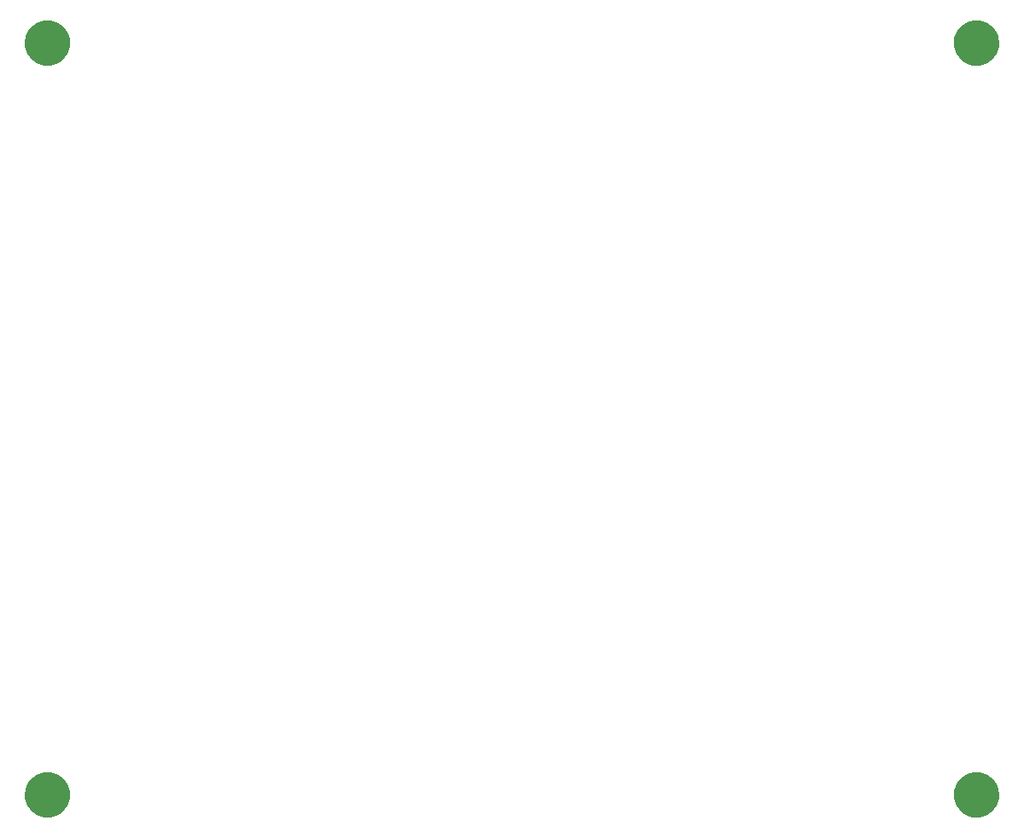
<source format=gts>
G04 #@! TF.GenerationSoftware,KiCad,Pcbnew,(5.0.2)-1*
G04 #@! TF.CreationDate,2019-04-26T21:23:54-07:00*
G04 #@! TF.ProjectId,Summit Bottom,53756d6d-6974-4204-926f-74746f6d2e6b,rev?*
G04 #@! TF.SameCoordinates,Original*
G04 #@! TF.FileFunction,Soldermask,Top*
G04 #@! TF.FilePolarity,Negative*
%FSLAX46Y46*%
G04 Gerber Fmt 4.6, Leading zero omitted, Abs format (unit mm)*
G04 Created by KiCad (PCBNEW (5.0.2)-1) date 4/26/2019 9:23:54 PM*
%MOMM*%
%LPD*%
G01*
G04 APERTURE LIST*
%ADD10C,0.100000*%
G04 APERTURE END LIST*
D10*
G36*
X39995945Y-108891254D02*
X40344093Y-108960504D01*
X40753749Y-109130189D01*
X41122429Y-109376534D01*
X41435966Y-109690071D01*
X41682311Y-110058751D01*
X41851996Y-110468407D01*
X41902836Y-110724000D01*
X41938500Y-110903294D01*
X41938500Y-111346706D01*
X41921246Y-111433445D01*
X41851996Y-111781593D01*
X41682311Y-112191249D01*
X41435966Y-112559929D01*
X41122429Y-112873466D01*
X40753749Y-113119811D01*
X40344093Y-113289496D01*
X39995945Y-113358746D01*
X39909206Y-113376000D01*
X39465794Y-113376000D01*
X39379055Y-113358746D01*
X39030907Y-113289496D01*
X38621251Y-113119811D01*
X38252571Y-112873466D01*
X37939034Y-112559929D01*
X37692689Y-112191249D01*
X37523004Y-111781593D01*
X37453754Y-111433445D01*
X37436500Y-111346706D01*
X37436500Y-110903294D01*
X37472164Y-110724000D01*
X37523004Y-110468407D01*
X37692689Y-110058751D01*
X37939034Y-109690071D01*
X38252571Y-109376534D01*
X38621251Y-109130189D01*
X39030907Y-108960504D01*
X39379055Y-108891254D01*
X39465794Y-108874000D01*
X39909206Y-108874000D01*
X39995945Y-108891254D01*
X39995945Y-108891254D01*
G37*
G36*
X132070945Y-108891254D02*
X132419093Y-108960504D01*
X132828749Y-109130189D01*
X133197429Y-109376534D01*
X133510966Y-109690071D01*
X133757311Y-110058751D01*
X133926996Y-110468407D01*
X133977836Y-110724000D01*
X134013500Y-110903294D01*
X134013500Y-111346706D01*
X133996246Y-111433445D01*
X133926996Y-111781593D01*
X133757311Y-112191249D01*
X133510966Y-112559929D01*
X133197429Y-112873466D01*
X132828749Y-113119811D01*
X132419093Y-113289496D01*
X132070945Y-113358746D01*
X131984206Y-113376000D01*
X131540794Y-113376000D01*
X131454055Y-113358746D01*
X131105907Y-113289496D01*
X130696251Y-113119811D01*
X130327571Y-112873466D01*
X130014034Y-112559929D01*
X129767689Y-112191249D01*
X129598004Y-111781593D01*
X129528754Y-111433445D01*
X129511500Y-111346706D01*
X129511500Y-110903294D01*
X129547164Y-110724000D01*
X129598004Y-110468407D01*
X129767689Y-110058751D01*
X130014034Y-109690071D01*
X130327571Y-109376534D01*
X130696251Y-109130189D01*
X131105907Y-108960504D01*
X131454055Y-108891254D01*
X131540794Y-108874000D01*
X131984206Y-108874000D01*
X132070945Y-108891254D01*
X132070945Y-108891254D01*
G37*
G36*
X132070945Y-34278754D02*
X132419093Y-34348004D01*
X132828749Y-34517689D01*
X133197429Y-34764034D01*
X133510966Y-35077571D01*
X133757311Y-35446251D01*
X133926996Y-35855907D01*
X133977836Y-36111500D01*
X134013500Y-36290794D01*
X134013500Y-36734206D01*
X133996246Y-36820945D01*
X133926996Y-37169093D01*
X133757311Y-37578749D01*
X133510966Y-37947429D01*
X133197429Y-38260966D01*
X132828749Y-38507311D01*
X132419093Y-38676996D01*
X132070945Y-38746246D01*
X131984206Y-38763500D01*
X131540794Y-38763500D01*
X131454055Y-38746246D01*
X131105907Y-38676996D01*
X130696251Y-38507311D01*
X130327571Y-38260966D01*
X130014034Y-37947429D01*
X129767689Y-37578749D01*
X129598004Y-37169093D01*
X129528754Y-36820945D01*
X129511500Y-36734206D01*
X129511500Y-36290794D01*
X129547164Y-36111500D01*
X129598004Y-35855907D01*
X129767689Y-35446251D01*
X130014034Y-35077571D01*
X130327571Y-34764034D01*
X130696251Y-34517689D01*
X131105907Y-34348004D01*
X131454055Y-34278754D01*
X131540794Y-34261500D01*
X131984206Y-34261500D01*
X132070945Y-34278754D01*
X132070945Y-34278754D01*
G37*
G36*
X39995945Y-34278754D02*
X40344093Y-34348004D01*
X40753749Y-34517689D01*
X41122429Y-34764034D01*
X41435966Y-35077571D01*
X41682311Y-35446251D01*
X41851996Y-35855907D01*
X41902836Y-36111500D01*
X41938500Y-36290794D01*
X41938500Y-36734206D01*
X41921246Y-36820945D01*
X41851996Y-37169093D01*
X41682311Y-37578749D01*
X41435966Y-37947429D01*
X41122429Y-38260966D01*
X40753749Y-38507311D01*
X40344093Y-38676996D01*
X39995945Y-38746246D01*
X39909206Y-38763500D01*
X39465794Y-38763500D01*
X39379055Y-38746246D01*
X39030907Y-38676996D01*
X38621251Y-38507311D01*
X38252571Y-38260966D01*
X37939034Y-37947429D01*
X37692689Y-37578749D01*
X37523004Y-37169093D01*
X37453754Y-36820945D01*
X37436500Y-36734206D01*
X37436500Y-36290794D01*
X37472164Y-36111500D01*
X37523004Y-35855907D01*
X37692689Y-35446251D01*
X37939034Y-35077571D01*
X38252571Y-34764034D01*
X38621251Y-34517689D01*
X39030907Y-34348004D01*
X39379055Y-34278754D01*
X39465794Y-34261500D01*
X39909206Y-34261500D01*
X39995945Y-34278754D01*
X39995945Y-34278754D01*
G37*
M02*

</source>
